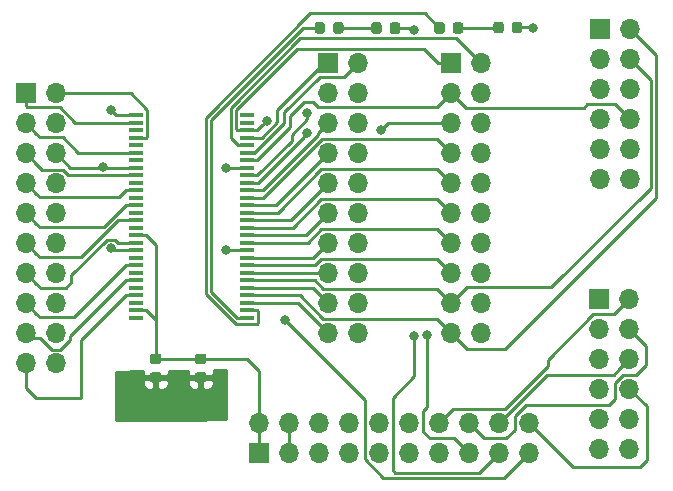
<source format=gbr>
G04 #@! TF.GenerationSoftware,KiCad,Pcbnew,(5.1.0-165-g615c49315)*
G04 #@! TF.CreationDate,2019-04-12T15:14:10+02:00*
G04 #@! TF.ProjectId,JTAGMux_1.0,4a544147-4d75-4785-9f31-2e302e6b6963,rev?*
G04 #@! TF.SameCoordinates,Original*
G04 #@! TF.FileFunction,Copper,L1,Top*
G04 #@! TF.FilePolarity,Positive*
%FSLAX46Y46*%
G04 Gerber Fmt 4.6, Leading zero omitted, Abs format (unit mm)*
G04 Created by KiCad (PCBNEW (5.1.0-165-g615c49315)) date 2019-04-12 15:14:10*
%MOMM*%
%LPD*%
G04 APERTURE LIST*
%ADD10C,0.100000*%
%ADD11C,0.875000*%
%ADD12O,1.700000X1.700000*%
%ADD13R,1.700000X1.700000*%
%ADD14R,1.200000X0.400000*%
%ADD15C,0.800000*%
%ADD16C,0.250000*%
%ADD17C,0.254000*%
G04 APERTURE END LIST*
D10*
G36*
X78202691Y-110466053D02*
G01*
X78223926Y-110469203D01*
X78244750Y-110474419D01*
X78264962Y-110481651D01*
X78284368Y-110490830D01*
X78302781Y-110501866D01*
X78320024Y-110514654D01*
X78335930Y-110529070D01*
X78350346Y-110544976D01*
X78363134Y-110562219D01*
X78374170Y-110580632D01*
X78383349Y-110600038D01*
X78390581Y-110620250D01*
X78395797Y-110641074D01*
X78398947Y-110662309D01*
X78400000Y-110683750D01*
X78400000Y-111196250D01*
X78398947Y-111217691D01*
X78395797Y-111238926D01*
X78390581Y-111259750D01*
X78383349Y-111279962D01*
X78374170Y-111299368D01*
X78363134Y-111317781D01*
X78350346Y-111335024D01*
X78335930Y-111350930D01*
X78320024Y-111365346D01*
X78302781Y-111378134D01*
X78284368Y-111389170D01*
X78264962Y-111398349D01*
X78244750Y-111405581D01*
X78223926Y-111410797D01*
X78202691Y-111413947D01*
X78181250Y-111415000D01*
X77743750Y-111415000D01*
X77722309Y-111413947D01*
X77701074Y-111410797D01*
X77680250Y-111405581D01*
X77660038Y-111398349D01*
X77640632Y-111389170D01*
X77622219Y-111378134D01*
X77604976Y-111365346D01*
X77589070Y-111350930D01*
X77574654Y-111335024D01*
X77561866Y-111317781D01*
X77550830Y-111299368D01*
X77541651Y-111279962D01*
X77534419Y-111259750D01*
X77529203Y-111238926D01*
X77526053Y-111217691D01*
X77525000Y-111196250D01*
X77525000Y-110683750D01*
X77526053Y-110662309D01*
X77529203Y-110641074D01*
X77534419Y-110620250D01*
X77541651Y-110600038D01*
X77550830Y-110580632D01*
X77561866Y-110562219D01*
X77574654Y-110544976D01*
X77589070Y-110529070D01*
X77604976Y-110514654D01*
X77622219Y-110501866D01*
X77640632Y-110490830D01*
X77660038Y-110481651D01*
X77680250Y-110474419D01*
X77701074Y-110469203D01*
X77722309Y-110466053D01*
X77743750Y-110465000D01*
X78181250Y-110465000D01*
X78202691Y-110466053D01*
X78202691Y-110466053D01*
G37*
D11*
X77962500Y-110940000D03*
D10*
G36*
X79777691Y-110466053D02*
G01*
X79798926Y-110469203D01*
X79819750Y-110474419D01*
X79839962Y-110481651D01*
X79859368Y-110490830D01*
X79877781Y-110501866D01*
X79895024Y-110514654D01*
X79910930Y-110529070D01*
X79925346Y-110544976D01*
X79938134Y-110562219D01*
X79949170Y-110580632D01*
X79958349Y-110600038D01*
X79965581Y-110620250D01*
X79970797Y-110641074D01*
X79973947Y-110662309D01*
X79975000Y-110683750D01*
X79975000Y-111196250D01*
X79973947Y-111217691D01*
X79970797Y-111238926D01*
X79965581Y-111259750D01*
X79958349Y-111279962D01*
X79949170Y-111299368D01*
X79938134Y-111317781D01*
X79925346Y-111335024D01*
X79910930Y-111350930D01*
X79895024Y-111365346D01*
X79877781Y-111378134D01*
X79859368Y-111389170D01*
X79839962Y-111398349D01*
X79819750Y-111405581D01*
X79798926Y-111410797D01*
X79777691Y-111413947D01*
X79756250Y-111415000D01*
X79318750Y-111415000D01*
X79297309Y-111413947D01*
X79276074Y-111410797D01*
X79255250Y-111405581D01*
X79235038Y-111398349D01*
X79215632Y-111389170D01*
X79197219Y-111378134D01*
X79179976Y-111365346D01*
X79164070Y-111350930D01*
X79149654Y-111335024D01*
X79136866Y-111317781D01*
X79125830Y-111299368D01*
X79116651Y-111279962D01*
X79109419Y-111259750D01*
X79104203Y-111238926D01*
X79101053Y-111217691D01*
X79100000Y-111196250D01*
X79100000Y-110683750D01*
X79101053Y-110662309D01*
X79104203Y-110641074D01*
X79109419Y-110620250D01*
X79116651Y-110600038D01*
X79125830Y-110580632D01*
X79136866Y-110562219D01*
X79149654Y-110544976D01*
X79164070Y-110529070D01*
X79179976Y-110514654D01*
X79197219Y-110501866D01*
X79215632Y-110490830D01*
X79235038Y-110481651D01*
X79255250Y-110474419D01*
X79276074Y-110469203D01*
X79297309Y-110466053D01*
X79318750Y-110465000D01*
X79756250Y-110465000D01*
X79777691Y-110466053D01*
X79777691Y-110466053D01*
G37*
D11*
X79537500Y-110940000D03*
D12*
X104170000Y-146590000D03*
X101630000Y-146590000D03*
X104170000Y-144050000D03*
X101630000Y-144050000D03*
X104170000Y-141510000D03*
X101630000Y-141510000D03*
X104170000Y-138970000D03*
X101630000Y-138970000D03*
X104170000Y-136430000D03*
X101630000Y-136430000D03*
X104170000Y-133890000D03*
D13*
X101630000Y-133890000D03*
D12*
X104200000Y-123740000D03*
X101660000Y-123740000D03*
X104200000Y-121200000D03*
X101660000Y-121200000D03*
X104200000Y-118660000D03*
X101660000Y-118660000D03*
X104200000Y-116120000D03*
X101660000Y-116120000D03*
X104200000Y-113580000D03*
X101660000Y-113580000D03*
X104200000Y-111040000D03*
D13*
X101660000Y-111040000D03*
D14*
X71800000Y-118327500D03*
X71800000Y-118962500D03*
X71800000Y-119597500D03*
X71800000Y-120232500D03*
X71800000Y-120867500D03*
X71800000Y-121502500D03*
X71800000Y-122137500D03*
X71800000Y-122772500D03*
X71800000Y-123407500D03*
X71800000Y-124042500D03*
X71800000Y-124677500D03*
X71800000Y-125312500D03*
X71800000Y-125947500D03*
X71800000Y-126582500D03*
X71800000Y-127217500D03*
X71800000Y-127852500D03*
X71800000Y-128487500D03*
X71800000Y-129122500D03*
X71800000Y-129757500D03*
X71800000Y-130392500D03*
X71800000Y-131027500D03*
X71800000Y-131662500D03*
X71800000Y-132297500D03*
X71800000Y-132932500D03*
X71800000Y-133567500D03*
X71800000Y-134202500D03*
X71800000Y-134837500D03*
X71800000Y-135472500D03*
X62400000Y-135472500D03*
X62400000Y-134837500D03*
X62400000Y-134202500D03*
X62400000Y-133567500D03*
X62400000Y-132932500D03*
X62400000Y-132297500D03*
X62400000Y-131662500D03*
X62400000Y-131027500D03*
X62400000Y-130392500D03*
X62400000Y-129757500D03*
X62400000Y-129122500D03*
X62400000Y-128487500D03*
X62400000Y-127852500D03*
X62400000Y-127217500D03*
X62400000Y-126582500D03*
X62400000Y-125947500D03*
X62400000Y-125312500D03*
X62400000Y-124677500D03*
X62400000Y-124042500D03*
X62400000Y-123407500D03*
X62400000Y-122772500D03*
X62400000Y-122137500D03*
X62400000Y-121502500D03*
X62400000Y-120867500D03*
X62400000Y-120232500D03*
X62400000Y-119597500D03*
X62400000Y-118962500D03*
X62400000Y-118327500D03*
D10*
G36*
X84577691Y-110476053D02*
G01*
X84598926Y-110479203D01*
X84619750Y-110484419D01*
X84639962Y-110491651D01*
X84659368Y-110500830D01*
X84677781Y-110511866D01*
X84695024Y-110524654D01*
X84710930Y-110539070D01*
X84725346Y-110554976D01*
X84738134Y-110572219D01*
X84749170Y-110590632D01*
X84758349Y-110610038D01*
X84765581Y-110630250D01*
X84770797Y-110651074D01*
X84773947Y-110672309D01*
X84775000Y-110693750D01*
X84775000Y-111206250D01*
X84773947Y-111227691D01*
X84770797Y-111248926D01*
X84765581Y-111269750D01*
X84758349Y-111289962D01*
X84749170Y-111309368D01*
X84738134Y-111327781D01*
X84725346Y-111345024D01*
X84710930Y-111360930D01*
X84695024Y-111375346D01*
X84677781Y-111388134D01*
X84659368Y-111399170D01*
X84639962Y-111408349D01*
X84619750Y-111415581D01*
X84598926Y-111420797D01*
X84577691Y-111423947D01*
X84556250Y-111425000D01*
X84118750Y-111425000D01*
X84097309Y-111423947D01*
X84076074Y-111420797D01*
X84055250Y-111415581D01*
X84035038Y-111408349D01*
X84015632Y-111399170D01*
X83997219Y-111388134D01*
X83979976Y-111375346D01*
X83964070Y-111360930D01*
X83949654Y-111345024D01*
X83936866Y-111327781D01*
X83925830Y-111309368D01*
X83916651Y-111289962D01*
X83909419Y-111269750D01*
X83904203Y-111248926D01*
X83901053Y-111227691D01*
X83900000Y-111206250D01*
X83900000Y-110693750D01*
X83901053Y-110672309D01*
X83904203Y-110651074D01*
X83909419Y-110630250D01*
X83916651Y-110610038D01*
X83925830Y-110590632D01*
X83936866Y-110572219D01*
X83949654Y-110554976D01*
X83964070Y-110539070D01*
X83979976Y-110524654D01*
X83997219Y-110511866D01*
X84015632Y-110500830D01*
X84035038Y-110491651D01*
X84055250Y-110484419D01*
X84076074Y-110479203D01*
X84097309Y-110476053D01*
X84118750Y-110475000D01*
X84556250Y-110475000D01*
X84577691Y-110476053D01*
X84577691Y-110476053D01*
G37*
D11*
X84337500Y-110950000D03*
D10*
G36*
X83002691Y-110476053D02*
G01*
X83023926Y-110479203D01*
X83044750Y-110484419D01*
X83064962Y-110491651D01*
X83084368Y-110500830D01*
X83102781Y-110511866D01*
X83120024Y-110524654D01*
X83135930Y-110539070D01*
X83150346Y-110554976D01*
X83163134Y-110572219D01*
X83174170Y-110590632D01*
X83183349Y-110610038D01*
X83190581Y-110630250D01*
X83195797Y-110651074D01*
X83198947Y-110672309D01*
X83200000Y-110693750D01*
X83200000Y-111206250D01*
X83198947Y-111227691D01*
X83195797Y-111248926D01*
X83190581Y-111269750D01*
X83183349Y-111289962D01*
X83174170Y-111309368D01*
X83163134Y-111327781D01*
X83150346Y-111345024D01*
X83135930Y-111360930D01*
X83120024Y-111375346D01*
X83102781Y-111388134D01*
X83084368Y-111399170D01*
X83064962Y-111408349D01*
X83044750Y-111415581D01*
X83023926Y-111420797D01*
X83002691Y-111423947D01*
X82981250Y-111425000D01*
X82543750Y-111425000D01*
X82522309Y-111423947D01*
X82501074Y-111420797D01*
X82480250Y-111415581D01*
X82460038Y-111408349D01*
X82440632Y-111399170D01*
X82422219Y-111388134D01*
X82404976Y-111375346D01*
X82389070Y-111360930D01*
X82374654Y-111345024D01*
X82361866Y-111327781D01*
X82350830Y-111309368D01*
X82341651Y-111289962D01*
X82334419Y-111269750D01*
X82329203Y-111248926D01*
X82326053Y-111227691D01*
X82325000Y-111206250D01*
X82325000Y-110693750D01*
X82326053Y-110672309D01*
X82329203Y-110651074D01*
X82334419Y-110630250D01*
X82341651Y-110610038D01*
X82350830Y-110590632D01*
X82361866Y-110572219D01*
X82374654Y-110554976D01*
X82389070Y-110539070D01*
X82404976Y-110524654D01*
X82422219Y-110511866D01*
X82440632Y-110500830D01*
X82460038Y-110491651D01*
X82480250Y-110484419D01*
X82501074Y-110479203D01*
X82522309Y-110476053D01*
X82543750Y-110475000D01*
X82981250Y-110475000D01*
X83002691Y-110476053D01*
X83002691Y-110476053D01*
G37*
D11*
X82762500Y-110950000D03*
D10*
G36*
X94915191Y-110426053D02*
G01*
X94936426Y-110429203D01*
X94957250Y-110434419D01*
X94977462Y-110441651D01*
X94996868Y-110450830D01*
X95015281Y-110461866D01*
X95032524Y-110474654D01*
X95048430Y-110489070D01*
X95062846Y-110504976D01*
X95075634Y-110522219D01*
X95086670Y-110540632D01*
X95095849Y-110560038D01*
X95103081Y-110580250D01*
X95108297Y-110601074D01*
X95111447Y-110622309D01*
X95112500Y-110643750D01*
X95112500Y-111156250D01*
X95111447Y-111177691D01*
X95108297Y-111198926D01*
X95103081Y-111219750D01*
X95095849Y-111239962D01*
X95086670Y-111259368D01*
X95075634Y-111277781D01*
X95062846Y-111295024D01*
X95048430Y-111310930D01*
X95032524Y-111325346D01*
X95015281Y-111338134D01*
X94996868Y-111349170D01*
X94977462Y-111358349D01*
X94957250Y-111365581D01*
X94936426Y-111370797D01*
X94915191Y-111373947D01*
X94893750Y-111375000D01*
X94456250Y-111375000D01*
X94434809Y-111373947D01*
X94413574Y-111370797D01*
X94392750Y-111365581D01*
X94372538Y-111358349D01*
X94353132Y-111349170D01*
X94334719Y-111338134D01*
X94317476Y-111325346D01*
X94301570Y-111310930D01*
X94287154Y-111295024D01*
X94274366Y-111277781D01*
X94263330Y-111259368D01*
X94254151Y-111239962D01*
X94246919Y-111219750D01*
X94241703Y-111198926D01*
X94238553Y-111177691D01*
X94237500Y-111156250D01*
X94237500Y-110643750D01*
X94238553Y-110622309D01*
X94241703Y-110601074D01*
X94246919Y-110580250D01*
X94254151Y-110560038D01*
X94263330Y-110540632D01*
X94274366Y-110522219D01*
X94287154Y-110504976D01*
X94301570Y-110489070D01*
X94317476Y-110474654D01*
X94334719Y-110461866D01*
X94353132Y-110450830D01*
X94372538Y-110441651D01*
X94392750Y-110434419D01*
X94413574Y-110429203D01*
X94434809Y-110426053D01*
X94456250Y-110425000D01*
X94893750Y-110425000D01*
X94915191Y-110426053D01*
X94915191Y-110426053D01*
G37*
D11*
X94675000Y-110900000D03*
D10*
G36*
X93340191Y-110426053D02*
G01*
X93361426Y-110429203D01*
X93382250Y-110434419D01*
X93402462Y-110441651D01*
X93421868Y-110450830D01*
X93440281Y-110461866D01*
X93457524Y-110474654D01*
X93473430Y-110489070D01*
X93487846Y-110504976D01*
X93500634Y-110522219D01*
X93511670Y-110540632D01*
X93520849Y-110560038D01*
X93528081Y-110580250D01*
X93533297Y-110601074D01*
X93536447Y-110622309D01*
X93537500Y-110643750D01*
X93537500Y-111156250D01*
X93536447Y-111177691D01*
X93533297Y-111198926D01*
X93528081Y-111219750D01*
X93520849Y-111239962D01*
X93511670Y-111259368D01*
X93500634Y-111277781D01*
X93487846Y-111295024D01*
X93473430Y-111310930D01*
X93457524Y-111325346D01*
X93440281Y-111338134D01*
X93421868Y-111349170D01*
X93402462Y-111358349D01*
X93382250Y-111365581D01*
X93361426Y-111370797D01*
X93340191Y-111373947D01*
X93318750Y-111375000D01*
X92881250Y-111375000D01*
X92859809Y-111373947D01*
X92838574Y-111370797D01*
X92817750Y-111365581D01*
X92797538Y-111358349D01*
X92778132Y-111349170D01*
X92759719Y-111338134D01*
X92742476Y-111325346D01*
X92726570Y-111310930D01*
X92712154Y-111295024D01*
X92699366Y-111277781D01*
X92688330Y-111259368D01*
X92679151Y-111239962D01*
X92671919Y-111219750D01*
X92666703Y-111198926D01*
X92663553Y-111177691D01*
X92662500Y-111156250D01*
X92662500Y-110643750D01*
X92663553Y-110622309D01*
X92666703Y-110601074D01*
X92671919Y-110580250D01*
X92679151Y-110560038D01*
X92688330Y-110540632D01*
X92699366Y-110522219D01*
X92712154Y-110504976D01*
X92726570Y-110489070D01*
X92742476Y-110474654D01*
X92759719Y-110461866D01*
X92778132Y-110450830D01*
X92797538Y-110441651D01*
X92817750Y-110434419D01*
X92838574Y-110429203D01*
X92859809Y-110426053D01*
X92881250Y-110425000D01*
X93318750Y-110425000D01*
X93340191Y-110426053D01*
X93340191Y-110426053D01*
G37*
D11*
X93100000Y-110900000D03*
D12*
X55640000Y-139350000D03*
X53100000Y-139350000D03*
X55640000Y-136810000D03*
X53100000Y-136810000D03*
X55640000Y-134270000D03*
X53100000Y-134270000D03*
X55640000Y-131730000D03*
X53100000Y-131730000D03*
X55640000Y-129190000D03*
X53100000Y-129190000D03*
X55640000Y-126650000D03*
X53100000Y-126650000D03*
X55640000Y-124110000D03*
X53100000Y-124110000D03*
X55640000Y-121570000D03*
X53100000Y-121570000D03*
X55640000Y-119030000D03*
X53100000Y-119030000D03*
X55640000Y-116490000D03*
D13*
X53100000Y-116490000D03*
D12*
X81190000Y-136760000D03*
X78650000Y-136760000D03*
X81190000Y-134220000D03*
X78650000Y-134220000D03*
X81190000Y-131680000D03*
X78650000Y-131680000D03*
X81190000Y-129140000D03*
X78650000Y-129140000D03*
X81190000Y-126600000D03*
X78650000Y-126600000D03*
X81190000Y-124060000D03*
X78650000Y-124060000D03*
X81190000Y-121520000D03*
X78650000Y-121520000D03*
X81190000Y-118980000D03*
X78650000Y-118980000D03*
X81190000Y-116440000D03*
X78650000Y-116440000D03*
X81190000Y-113900000D03*
D13*
X78650000Y-113900000D03*
D12*
X91640000Y-136760000D03*
X89100000Y-136760000D03*
X91640000Y-134220000D03*
X89100000Y-134220000D03*
X91640000Y-131680000D03*
X89100000Y-131680000D03*
X91640000Y-129140000D03*
X89100000Y-129140000D03*
X91640000Y-126600000D03*
X89100000Y-126600000D03*
X91640000Y-124060000D03*
X89100000Y-124060000D03*
X91640000Y-121520000D03*
X89100000Y-121520000D03*
X91640000Y-118980000D03*
X89100000Y-118980000D03*
X91640000Y-116440000D03*
X89100000Y-116440000D03*
X91640000Y-113900000D03*
D13*
X89100000Y-113900000D03*
D12*
X95660000Y-144360000D03*
X95660000Y-146900000D03*
X93120000Y-144360000D03*
X93120000Y-146900000D03*
X90580000Y-144360000D03*
X90580000Y-146900000D03*
X88040000Y-144360000D03*
X88040000Y-146900000D03*
X85500000Y-144360000D03*
X85500000Y-146900000D03*
X82960000Y-144360000D03*
X82960000Y-146900000D03*
X80420000Y-144360000D03*
X80420000Y-146900000D03*
X77880000Y-144360000D03*
X77880000Y-146900000D03*
X75340000Y-144360000D03*
X75340000Y-146900000D03*
X72800000Y-144360000D03*
D13*
X72800000Y-146900000D03*
D10*
G36*
X88340191Y-110466053D02*
G01*
X88361426Y-110469203D01*
X88382250Y-110474419D01*
X88402462Y-110481651D01*
X88421868Y-110490830D01*
X88440281Y-110501866D01*
X88457524Y-110514654D01*
X88473430Y-110529070D01*
X88487846Y-110544976D01*
X88500634Y-110562219D01*
X88511670Y-110580632D01*
X88520849Y-110600038D01*
X88528081Y-110620250D01*
X88533297Y-110641074D01*
X88536447Y-110662309D01*
X88537500Y-110683750D01*
X88537500Y-111196250D01*
X88536447Y-111217691D01*
X88533297Y-111238926D01*
X88528081Y-111259750D01*
X88520849Y-111279962D01*
X88511670Y-111299368D01*
X88500634Y-111317781D01*
X88487846Y-111335024D01*
X88473430Y-111350930D01*
X88457524Y-111365346D01*
X88440281Y-111378134D01*
X88421868Y-111389170D01*
X88402462Y-111398349D01*
X88382250Y-111405581D01*
X88361426Y-111410797D01*
X88340191Y-111413947D01*
X88318750Y-111415000D01*
X87881250Y-111415000D01*
X87859809Y-111413947D01*
X87838574Y-111410797D01*
X87817750Y-111405581D01*
X87797538Y-111398349D01*
X87778132Y-111389170D01*
X87759719Y-111378134D01*
X87742476Y-111365346D01*
X87726570Y-111350930D01*
X87712154Y-111335024D01*
X87699366Y-111317781D01*
X87688330Y-111299368D01*
X87679151Y-111279962D01*
X87671919Y-111259750D01*
X87666703Y-111238926D01*
X87663553Y-111217691D01*
X87662500Y-111196250D01*
X87662500Y-110683750D01*
X87663553Y-110662309D01*
X87666703Y-110641074D01*
X87671919Y-110620250D01*
X87679151Y-110600038D01*
X87688330Y-110580632D01*
X87699366Y-110562219D01*
X87712154Y-110544976D01*
X87726570Y-110529070D01*
X87742476Y-110514654D01*
X87759719Y-110501866D01*
X87778132Y-110490830D01*
X87797538Y-110481651D01*
X87817750Y-110474419D01*
X87838574Y-110469203D01*
X87859809Y-110466053D01*
X87881250Y-110465000D01*
X88318750Y-110465000D01*
X88340191Y-110466053D01*
X88340191Y-110466053D01*
G37*
D11*
X88100000Y-110940000D03*
D10*
G36*
X89915191Y-110466053D02*
G01*
X89936426Y-110469203D01*
X89957250Y-110474419D01*
X89977462Y-110481651D01*
X89996868Y-110490830D01*
X90015281Y-110501866D01*
X90032524Y-110514654D01*
X90048430Y-110529070D01*
X90062846Y-110544976D01*
X90075634Y-110562219D01*
X90086670Y-110580632D01*
X90095849Y-110600038D01*
X90103081Y-110620250D01*
X90108297Y-110641074D01*
X90111447Y-110662309D01*
X90112500Y-110683750D01*
X90112500Y-111196250D01*
X90111447Y-111217691D01*
X90108297Y-111238926D01*
X90103081Y-111259750D01*
X90095849Y-111279962D01*
X90086670Y-111299368D01*
X90075634Y-111317781D01*
X90062846Y-111335024D01*
X90048430Y-111350930D01*
X90032524Y-111365346D01*
X90015281Y-111378134D01*
X89996868Y-111389170D01*
X89977462Y-111398349D01*
X89957250Y-111405581D01*
X89936426Y-111410797D01*
X89915191Y-111413947D01*
X89893750Y-111415000D01*
X89456250Y-111415000D01*
X89434809Y-111413947D01*
X89413574Y-111410797D01*
X89392750Y-111405581D01*
X89372538Y-111398349D01*
X89353132Y-111389170D01*
X89334719Y-111378134D01*
X89317476Y-111365346D01*
X89301570Y-111350930D01*
X89287154Y-111335024D01*
X89274366Y-111317781D01*
X89263330Y-111299368D01*
X89254151Y-111279962D01*
X89246919Y-111259750D01*
X89241703Y-111238926D01*
X89238553Y-111217691D01*
X89237500Y-111196250D01*
X89237500Y-110683750D01*
X89238553Y-110662309D01*
X89241703Y-110641074D01*
X89246919Y-110620250D01*
X89254151Y-110600038D01*
X89263330Y-110580632D01*
X89274366Y-110562219D01*
X89287154Y-110544976D01*
X89301570Y-110529070D01*
X89317476Y-110514654D01*
X89334719Y-110501866D01*
X89353132Y-110490830D01*
X89372538Y-110481651D01*
X89392750Y-110474419D01*
X89413574Y-110469203D01*
X89434809Y-110466053D01*
X89456250Y-110465000D01*
X89893750Y-110465000D01*
X89915191Y-110466053D01*
X89915191Y-110466053D01*
G37*
D11*
X89675000Y-110940000D03*
D10*
G36*
X64347691Y-140091053D02*
G01*
X64368926Y-140094203D01*
X64389750Y-140099419D01*
X64409962Y-140106651D01*
X64429368Y-140115830D01*
X64447781Y-140126866D01*
X64465024Y-140139654D01*
X64480930Y-140154070D01*
X64495346Y-140169976D01*
X64508134Y-140187219D01*
X64519170Y-140205632D01*
X64528349Y-140225038D01*
X64535581Y-140245250D01*
X64540797Y-140266074D01*
X64543947Y-140287309D01*
X64545000Y-140308750D01*
X64545000Y-140746250D01*
X64543947Y-140767691D01*
X64540797Y-140788926D01*
X64535581Y-140809750D01*
X64528349Y-140829962D01*
X64519170Y-140849368D01*
X64508134Y-140867781D01*
X64495346Y-140885024D01*
X64480930Y-140900930D01*
X64465024Y-140915346D01*
X64447781Y-140928134D01*
X64429368Y-140939170D01*
X64409962Y-140948349D01*
X64389750Y-140955581D01*
X64368926Y-140960797D01*
X64347691Y-140963947D01*
X64326250Y-140965000D01*
X63813750Y-140965000D01*
X63792309Y-140963947D01*
X63771074Y-140960797D01*
X63750250Y-140955581D01*
X63730038Y-140948349D01*
X63710632Y-140939170D01*
X63692219Y-140928134D01*
X63674976Y-140915346D01*
X63659070Y-140900930D01*
X63644654Y-140885024D01*
X63631866Y-140867781D01*
X63620830Y-140849368D01*
X63611651Y-140829962D01*
X63604419Y-140809750D01*
X63599203Y-140788926D01*
X63596053Y-140767691D01*
X63595000Y-140746250D01*
X63595000Y-140308750D01*
X63596053Y-140287309D01*
X63599203Y-140266074D01*
X63604419Y-140245250D01*
X63611651Y-140225038D01*
X63620830Y-140205632D01*
X63631866Y-140187219D01*
X63644654Y-140169976D01*
X63659070Y-140154070D01*
X63674976Y-140139654D01*
X63692219Y-140126866D01*
X63710632Y-140115830D01*
X63730038Y-140106651D01*
X63750250Y-140099419D01*
X63771074Y-140094203D01*
X63792309Y-140091053D01*
X63813750Y-140090000D01*
X64326250Y-140090000D01*
X64347691Y-140091053D01*
X64347691Y-140091053D01*
G37*
D11*
X64070000Y-140527500D03*
D10*
G36*
X64347691Y-138516053D02*
G01*
X64368926Y-138519203D01*
X64389750Y-138524419D01*
X64409962Y-138531651D01*
X64429368Y-138540830D01*
X64447781Y-138551866D01*
X64465024Y-138564654D01*
X64480930Y-138579070D01*
X64495346Y-138594976D01*
X64508134Y-138612219D01*
X64519170Y-138630632D01*
X64528349Y-138650038D01*
X64535581Y-138670250D01*
X64540797Y-138691074D01*
X64543947Y-138712309D01*
X64545000Y-138733750D01*
X64545000Y-139171250D01*
X64543947Y-139192691D01*
X64540797Y-139213926D01*
X64535581Y-139234750D01*
X64528349Y-139254962D01*
X64519170Y-139274368D01*
X64508134Y-139292781D01*
X64495346Y-139310024D01*
X64480930Y-139325930D01*
X64465024Y-139340346D01*
X64447781Y-139353134D01*
X64429368Y-139364170D01*
X64409962Y-139373349D01*
X64389750Y-139380581D01*
X64368926Y-139385797D01*
X64347691Y-139388947D01*
X64326250Y-139390000D01*
X63813750Y-139390000D01*
X63792309Y-139388947D01*
X63771074Y-139385797D01*
X63750250Y-139380581D01*
X63730038Y-139373349D01*
X63710632Y-139364170D01*
X63692219Y-139353134D01*
X63674976Y-139340346D01*
X63659070Y-139325930D01*
X63644654Y-139310024D01*
X63631866Y-139292781D01*
X63620830Y-139274368D01*
X63611651Y-139254962D01*
X63604419Y-139234750D01*
X63599203Y-139213926D01*
X63596053Y-139192691D01*
X63595000Y-139171250D01*
X63595000Y-138733750D01*
X63596053Y-138712309D01*
X63599203Y-138691074D01*
X63604419Y-138670250D01*
X63611651Y-138650038D01*
X63620830Y-138630632D01*
X63631866Y-138612219D01*
X63644654Y-138594976D01*
X63659070Y-138579070D01*
X63674976Y-138564654D01*
X63692219Y-138551866D01*
X63710632Y-138540830D01*
X63730038Y-138531651D01*
X63750250Y-138524419D01*
X63771074Y-138519203D01*
X63792309Y-138516053D01*
X63813750Y-138515000D01*
X64326250Y-138515000D01*
X64347691Y-138516053D01*
X64347691Y-138516053D01*
G37*
D11*
X64070000Y-138952500D03*
D10*
G36*
X68157691Y-140091053D02*
G01*
X68178926Y-140094203D01*
X68199750Y-140099419D01*
X68219962Y-140106651D01*
X68239368Y-140115830D01*
X68257781Y-140126866D01*
X68275024Y-140139654D01*
X68290930Y-140154070D01*
X68305346Y-140169976D01*
X68318134Y-140187219D01*
X68329170Y-140205632D01*
X68338349Y-140225038D01*
X68345581Y-140245250D01*
X68350797Y-140266074D01*
X68353947Y-140287309D01*
X68355000Y-140308750D01*
X68355000Y-140746250D01*
X68353947Y-140767691D01*
X68350797Y-140788926D01*
X68345581Y-140809750D01*
X68338349Y-140829962D01*
X68329170Y-140849368D01*
X68318134Y-140867781D01*
X68305346Y-140885024D01*
X68290930Y-140900930D01*
X68275024Y-140915346D01*
X68257781Y-140928134D01*
X68239368Y-140939170D01*
X68219962Y-140948349D01*
X68199750Y-140955581D01*
X68178926Y-140960797D01*
X68157691Y-140963947D01*
X68136250Y-140965000D01*
X67623750Y-140965000D01*
X67602309Y-140963947D01*
X67581074Y-140960797D01*
X67560250Y-140955581D01*
X67540038Y-140948349D01*
X67520632Y-140939170D01*
X67502219Y-140928134D01*
X67484976Y-140915346D01*
X67469070Y-140900930D01*
X67454654Y-140885024D01*
X67441866Y-140867781D01*
X67430830Y-140849368D01*
X67421651Y-140829962D01*
X67414419Y-140809750D01*
X67409203Y-140788926D01*
X67406053Y-140767691D01*
X67405000Y-140746250D01*
X67405000Y-140308750D01*
X67406053Y-140287309D01*
X67409203Y-140266074D01*
X67414419Y-140245250D01*
X67421651Y-140225038D01*
X67430830Y-140205632D01*
X67441866Y-140187219D01*
X67454654Y-140169976D01*
X67469070Y-140154070D01*
X67484976Y-140139654D01*
X67502219Y-140126866D01*
X67520632Y-140115830D01*
X67540038Y-140106651D01*
X67560250Y-140099419D01*
X67581074Y-140094203D01*
X67602309Y-140091053D01*
X67623750Y-140090000D01*
X68136250Y-140090000D01*
X68157691Y-140091053D01*
X68157691Y-140091053D01*
G37*
D11*
X67880000Y-140527500D03*
D10*
G36*
X68157691Y-138516053D02*
G01*
X68178926Y-138519203D01*
X68199750Y-138524419D01*
X68219962Y-138531651D01*
X68239368Y-138540830D01*
X68257781Y-138551866D01*
X68275024Y-138564654D01*
X68290930Y-138579070D01*
X68305346Y-138594976D01*
X68318134Y-138612219D01*
X68329170Y-138630632D01*
X68338349Y-138650038D01*
X68345581Y-138670250D01*
X68350797Y-138691074D01*
X68353947Y-138712309D01*
X68355000Y-138733750D01*
X68355000Y-139171250D01*
X68353947Y-139192691D01*
X68350797Y-139213926D01*
X68345581Y-139234750D01*
X68338349Y-139254962D01*
X68329170Y-139274368D01*
X68318134Y-139292781D01*
X68305346Y-139310024D01*
X68290930Y-139325930D01*
X68275024Y-139340346D01*
X68257781Y-139353134D01*
X68239368Y-139364170D01*
X68219962Y-139373349D01*
X68199750Y-139380581D01*
X68178926Y-139385797D01*
X68157691Y-139388947D01*
X68136250Y-139390000D01*
X67623750Y-139390000D01*
X67602309Y-139388947D01*
X67581074Y-139385797D01*
X67560250Y-139380581D01*
X67540038Y-139373349D01*
X67520632Y-139364170D01*
X67502219Y-139353134D01*
X67484976Y-139340346D01*
X67469070Y-139325930D01*
X67454654Y-139310024D01*
X67441866Y-139292781D01*
X67430830Y-139274368D01*
X67421651Y-139254962D01*
X67414419Y-139234750D01*
X67409203Y-139213926D01*
X67406053Y-139192691D01*
X67405000Y-139171250D01*
X67405000Y-138733750D01*
X67406053Y-138712309D01*
X67409203Y-138691074D01*
X67414419Y-138670250D01*
X67421651Y-138650038D01*
X67430830Y-138630632D01*
X67441866Y-138612219D01*
X67454654Y-138594976D01*
X67469070Y-138579070D01*
X67484976Y-138564654D01*
X67502219Y-138551866D01*
X67520632Y-138540830D01*
X67540038Y-138531651D01*
X67560250Y-138524419D01*
X67581074Y-138519203D01*
X67602309Y-138516053D01*
X67623750Y-138515000D01*
X68136250Y-138515000D01*
X68157691Y-138516053D01*
X68157691Y-138516053D01*
G37*
D11*
X67880000Y-138952500D03*
D15*
X60260000Y-129580000D03*
X69988500Y-122772500D03*
X59574500Y-122682500D03*
X61720500Y-140375000D03*
X61657000Y-142978500D03*
X64260500Y-142978500D03*
X66864000Y-142978500D03*
X65975000Y-140375000D03*
X69467500Y-142978500D03*
X69531000Y-140375000D03*
X85977500Y-111075000D03*
X96010500Y-110911000D03*
X69988200Y-129757800D03*
X75024998Y-135676000D03*
X73459931Y-118800794D03*
X85977500Y-137009500D03*
X87057000Y-136946000D03*
X76923535Y-119845732D03*
X83132700Y-119584000D03*
X76897000Y-118111900D03*
X60323500Y-117896000D03*
D16*
X56842500Y-122772500D02*
X55640000Y-121570000D01*
X62400000Y-129757500D02*
X60437500Y-129757500D01*
X60437500Y-129757500D02*
X60260000Y-129580000D01*
X71800000Y-122772500D02*
X69988500Y-122772500D01*
X59574500Y-122772500D02*
X59574500Y-122682500D01*
X59574500Y-122772500D02*
X56842500Y-122772500D01*
X62400000Y-122772500D02*
X59574500Y-122772500D01*
X84337500Y-110950000D02*
X85852500Y-110950000D01*
X85852500Y-110950000D02*
X85977500Y-111075000D01*
X94675000Y-110900000D02*
X95999500Y-110900000D01*
X95999500Y-110900000D02*
X96010500Y-110911000D01*
X70950000Y-129757500D02*
X70949700Y-129757800D01*
X71800000Y-129757500D02*
X70950000Y-129757500D01*
X70949700Y-129757800D02*
X69988200Y-129757800D01*
X64070000Y-138415000D02*
X64070000Y-138952500D01*
X63250000Y-134837500D02*
X64070000Y-135657500D01*
X62400000Y-134837500D02*
X63250000Y-134837500D01*
X64070000Y-138952500D02*
X67880000Y-138952500D01*
X72960000Y-144200000D02*
X72800000Y-144360000D01*
X72960000Y-144032500D02*
X72960000Y-144200000D01*
X72800000Y-146900000D02*
X72800000Y-144360000D01*
X67880000Y-138952500D02*
X71791500Y-138952500D01*
X72800000Y-139961000D02*
X72800000Y-144360000D01*
X71791500Y-138952500D02*
X72800000Y-139961000D01*
X63250000Y-128487500D02*
X64070000Y-129307500D01*
X62400000Y-128487500D02*
X63250000Y-128487500D01*
X64070000Y-135657500D02*
X64070000Y-136120500D01*
X64070000Y-129307500D02*
X64070000Y-136120500D01*
X64070000Y-136120500D02*
X64070000Y-138415000D01*
X96509999Y-145209999D02*
X95660000Y-144360000D01*
X105052900Y-148147400D02*
X99447400Y-148147400D01*
X105637100Y-147563200D02*
X105052900Y-148147400D01*
X104170000Y-141510000D02*
X105637100Y-142977100D01*
X99447400Y-148147400D02*
X96509999Y-145209999D01*
X105637100Y-142977100D02*
X105637100Y-147563200D01*
X88000000Y-113900000D02*
X89100000Y-113900000D01*
X86824999Y-112724999D02*
X88000000Y-113900000D01*
X76017499Y-112724999D02*
X86824999Y-112724999D01*
X70874999Y-117867499D02*
X76017499Y-112724999D01*
X70874999Y-119522499D02*
X70874999Y-117867499D01*
X70950000Y-119597500D02*
X70874999Y-119522499D01*
X71800000Y-119597500D02*
X70950000Y-119597500D01*
X81784999Y-147464001D02*
X81784999Y-143361001D01*
X83352508Y-149031510D02*
X81784999Y-147464001D01*
X95660000Y-146900000D02*
X93528490Y-149031510D01*
X93528490Y-149031510D02*
X83352508Y-149031510D01*
X81784999Y-143361001D02*
X81784999Y-142436001D01*
X81784999Y-142436001D02*
X75024998Y-135676000D01*
X72663225Y-119597500D02*
X73059932Y-119200793D01*
X73059932Y-119200793D02*
X73459931Y-118800794D01*
X71800000Y-119597500D02*
X72663225Y-119597500D01*
X102853900Y-140286100D02*
X103320001Y-139819999D01*
X103320001Y-139819999D02*
X104170000Y-138970000D01*
X93120000Y-144360000D02*
X97193900Y-140286100D01*
X97193900Y-140286100D02*
X102853900Y-140286100D01*
X88250001Y-125750001D02*
X89100000Y-126600000D01*
X87924999Y-125424999D02*
X88250001Y-125750001D01*
X78085999Y-125424999D02*
X87924999Y-125424999D01*
X75658498Y-127852500D02*
X78085999Y-125424999D01*
X71800000Y-127852500D02*
X75658498Y-127852500D01*
X93120000Y-146900000D02*
X91438500Y-148581500D01*
X91438500Y-148581500D02*
X84375000Y-148581500D01*
X84135001Y-148341501D02*
X84135001Y-142280999D01*
X84375000Y-148581500D02*
X84135001Y-148341501D01*
X84135001Y-142280999D02*
X85977500Y-140438500D01*
X85977500Y-140438500D02*
X85977500Y-137009500D01*
X105019999Y-137279999D02*
X104170000Y-136430000D01*
X105611700Y-137871700D02*
X105019999Y-137279999D01*
X105611700Y-139447900D02*
X105611700Y-137871700D01*
X102957400Y-140983598D02*
X103642198Y-140298800D01*
X102957400Y-142318100D02*
X102957400Y-140983598D01*
X102449400Y-142826100D02*
X102957400Y-142318100D01*
X91890900Y-145670900D02*
X93762600Y-145670900D01*
X103642198Y-140298800D02*
X104760800Y-140298800D01*
X90580000Y-144360000D02*
X91890900Y-145670900D01*
X94473800Y-144959700D02*
X94473800Y-143807198D01*
X93762600Y-145670900D02*
X94473800Y-144959700D01*
X94473800Y-143807198D02*
X95454898Y-142826100D01*
X104760800Y-140298800D02*
X105611700Y-139447900D01*
X95454898Y-142826100D02*
X102449400Y-142826100D01*
X78085999Y-130504999D02*
X87924999Y-130504999D01*
X88250001Y-130830001D02*
X89100000Y-131680000D01*
X87924999Y-130504999D02*
X88250001Y-130830001D01*
X77563498Y-131027500D02*
X78085999Y-130504999D01*
X71800000Y-131027500D02*
X77563498Y-131027500D01*
X86739500Y-143334100D02*
X87057000Y-143016600D01*
X87057000Y-143016600D02*
X87057000Y-136946000D01*
X87264599Y-145658200D02*
X86739500Y-145133101D01*
X86739500Y-145133101D02*
X86739500Y-143334100D01*
X90580000Y-146900000D02*
X89338200Y-145658200D01*
X89338200Y-145658200D02*
X87264599Y-145658200D01*
X89215001Y-143184999D02*
X93658591Y-143184999D01*
X102866600Y-135193400D02*
X103320001Y-134739999D01*
X97294090Y-139026908D02*
X101127598Y-135193400D01*
X88040000Y-144360000D02*
X89215001Y-143184999D01*
X93658591Y-143184999D02*
X97294090Y-139549500D01*
X97294090Y-139549500D02*
X97294090Y-139026908D01*
X103320001Y-134739999D02*
X104170000Y-133890000D01*
X101127598Y-135193400D02*
X102866600Y-135193400D01*
X75340000Y-144360000D02*
X75340000Y-146900000D01*
X87924999Y-135584999D02*
X88250001Y-135910001D01*
X78275997Y-135584999D02*
X87924999Y-135584999D01*
X76258498Y-133567500D02*
X78275997Y-135584999D01*
X88250001Y-135910001D02*
X89100000Y-136760000D01*
X71800000Y-133567500D02*
X76258498Y-133567500D01*
X105049999Y-111889999D02*
X104200000Y-111040000D01*
X106430010Y-113270010D02*
X105049999Y-111889999D01*
X106430010Y-125319990D02*
X106430010Y-113270010D01*
X93622900Y-138127100D02*
X106430010Y-125319990D01*
X90467100Y-138127100D02*
X93622900Y-138127100D01*
X89100000Y-136760000D02*
X90467100Y-138127100D01*
X88250001Y-133370001D02*
X89100000Y-134220000D01*
X87924999Y-133044999D02*
X88250001Y-133370001D01*
X78275997Y-133044999D02*
X87924999Y-133044999D01*
X77528498Y-132297500D02*
X78275997Y-133044999D01*
X71800000Y-132297500D02*
X77528498Y-132297500D01*
X89949999Y-133370001D02*
X89100000Y-134220000D01*
X90425300Y-132894700D02*
X89949999Y-133370001D01*
X97585300Y-132894700D02*
X90425300Y-132894700D01*
X105980000Y-124500000D02*
X97585300Y-132894700D01*
X104200000Y-113580000D02*
X105980000Y-115360000D01*
X105980000Y-115360000D02*
X105980000Y-124500000D01*
X87924999Y-127964999D02*
X88250001Y-128290001D01*
X78085999Y-127964999D02*
X87924999Y-127964999D01*
X88250001Y-128290001D02*
X89100000Y-129140000D01*
X76928498Y-129122500D02*
X78085999Y-127964999D01*
X71800000Y-129122500D02*
X76928498Y-129122500D01*
X88250001Y-123210001D02*
X89100000Y-124060000D01*
X87924999Y-122884999D02*
X88250001Y-123210001D01*
X78085999Y-122884999D02*
X87924999Y-122884999D01*
X74388498Y-126582500D02*
X78085999Y-122884999D01*
X71800000Y-126582500D02*
X74388498Y-126582500D01*
X73158413Y-125312500D02*
X78161913Y-120309000D01*
X71800000Y-125312500D02*
X73158413Y-125312500D01*
X88250001Y-120670001D02*
X89100000Y-121520000D01*
X87889000Y-120309000D02*
X88250001Y-120670001D01*
X78161913Y-120309000D02*
X87889000Y-120309000D01*
X76523536Y-120245731D02*
X76923535Y-119845732D01*
X72726767Y-124042500D02*
X76523536Y-120245731D01*
X71800000Y-124042500D02*
X72726767Y-124042500D01*
X89100000Y-118980000D02*
X83736700Y-118980000D01*
X83736700Y-118980000D02*
X83132700Y-119584000D01*
X102928000Y-117388000D02*
X103350001Y-117810001D01*
X100595200Y-117388000D02*
X102928000Y-117388000D01*
X89100000Y-116440000D02*
X90346899Y-117686899D01*
X103350001Y-117810001D02*
X104200000Y-118660000D01*
X100296301Y-117686899D02*
X100595200Y-117388000D01*
X90346899Y-117686899D02*
X100296301Y-117686899D01*
X87924999Y-117615001D02*
X88250001Y-117289999D01*
X77803305Y-117615001D02*
X87924999Y-117615001D01*
X72650000Y-122137500D02*
X75422698Y-119364802D01*
X71800000Y-122137500D02*
X72650000Y-122137500D01*
X75422698Y-119364802D02*
X75422698Y-118392402D01*
X75422698Y-118392402D02*
X76617600Y-117197500D01*
X88250001Y-117289999D02*
X89100000Y-116440000D01*
X76617600Y-117197500D02*
X77385804Y-117197500D01*
X77385804Y-117197500D02*
X77803305Y-117615001D01*
X89540000Y-111800000D02*
X90790001Y-113050001D01*
X76306088Y-111800000D02*
X89540000Y-111800000D01*
X70424990Y-117681098D02*
X76306088Y-111800000D01*
X70424990Y-120242492D02*
X70424990Y-117681098D01*
X71049998Y-120867500D02*
X70424990Y-120242492D01*
X90790001Y-113050001D02*
X91640000Y-113900000D01*
X71800000Y-120867500D02*
X71049998Y-120867500D01*
X76092500Y-134202500D02*
X78650000Y-136760000D01*
X71800000Y-134202500D02*
X76092500Y-134202500D01*
X77362500Y-132932500D02*
X78650000Y-134220000D01*
X71800000Y-132932500D02*
X77362500Y-132932500D01*
X78632500Y-131662500D02*
X78650000Y-131680000D01*
X71800000Y-131662500D02*
X78632500Y-131662500D01*
X77397500Y-130392500D02*
X78650000Y-129140000D01*
X71800000Y-130392500D02*
X77397500Y-130392500D01*
X76762500Y-128487500D02*
X78650000Y-126600000D01*
X71800000Y-128487500D02*
X76762500Y-128487500D01*
X75492500Y-127217500D02*
X78650000Y-124060000D01*
X71800000Y-127217500D02*
X75492500Y-127217500D01*
X74222500Y-125947500D02*
X78650000Y-121520000D01*
X71800000Y-125947500D02*
X74222500Y-125947500D01*
X77800001Y-119994586D02*
X77800001Y-119829999D01*
X73117087Y-124677500D02*
X77800001Y-119994586D01*
X71800000Y-124677500D02*
X73117087Y-124677500D01*
X77800001Y-119829999D02*
X78650000Y-118980000D01*
X75574986Y-119999599D02*
X76897000Y-118677585D01*
X76897000Y-118677585D02*
X76897000Y-118111900D01*
X72650000Y-123407500D02*
X75574986Y-120482514D01*
X71800000Y-123407500D02*
X72650000Y-123407500D01*
X75574986Y-120482514D02*
X75574986Y-119999599D01*
X72431985Y-121502500D02*
X74972687Y-118961798D01*
X74972687Y-118961798D02*
X74972687Y-118055013D01*
X80340001Y-114749999D02*
X81190000Y-113900000D01*
X71800000Y-121502500D02*
X72431985Y-121502500D01*
X74972687Y-118055013D02*
X77952699Y-115075001D01*
X80014999Y-115075001D02*
X80340001Y-114749999D01*
X77952699Y-115075001D02*
X80014999Y-115075001D01*
X72650000Y-120232500D02*
X71800000Y-120232500D01*
X73065575Y-120232500D02*
X72650000Y-120232500D01*
X74382976Y-118915099D02*
X73065575Y-120232500D01*
X74382976Y-117857324D02*
X74382976Y-118915099D01*
X78650000Y-113900000D02*
X78340300Y-113900000D01*
X78340300Y-113900000D02*
X74382976Y-117857324D01*
X57720000Y-142280000D02*
X53949999Y-142280000D01*
X57720000Y-137397500D02*
X57720000Y-142280000D01*
X62400000Y-133567500D02*
X61550000Y-133567500D01*
X61550000Y-133567500D02*
X57720000Y-137397500D01*
X53100000Y-141430001D02*
X53949999Y-142280000D01*
X53100000Y-139350000D02*
X53100000Y-141430001D01*
X54290998Y-137200000D02*
X53490000Y-137200000D01*
X61550000Y-132297500D02*
X56815001Y-137032499D01*
X62400000Y-132297500D02*
X61550000Y-132297500D01*
X53490000Y-137200000D02*
X53100000Y-136810000D01*
X55265997Y-138174999D02*
X54290998Y-137200000D01*
X56815001Y-137032499D02*
X56815001Y-137374001D01*
X56815001Y-137374001D02*
X56014003Y-138174999D01*
X56014003Y-138174999D02*
X55265997Y-138174999D01*
X53949999Y-135119999D02*
X53100000Y-134270000D01*
X57132499Y-135445001D02*
X54275001Y-135445001D01*
X61550000Y-131027500D02*
X57132499Y-135445001D01*
X54275001Y-135445001D02*
X53949999Y-135119999D01*
X62400000Y-131027500D02*
X61550000Y-131027500D01*
X54328200Y-132958200D02*
X53949999Y-132579999D01*
X53949999Y-132579999D02*
X53100000Y-131730000D01*
X56462700Y-132958200D02*
X54328200Y-132958200D01*
X60875502Y-129122500D02*
X60608001Y-128854999D01*
X60608001Y-128854999D02*
X59915321Y-128854999D01*
X59915321Y-128854999D02*
X56945300Y-131825020D01*
X56945300Y-131825020D02*
X56945300Y-132475600D01*
X62400000Y-129122500D02*
X60875502Y-129122500D01*
X56945300Y-132475600D02*
X56462700Y-132958200D01*
X54275001Y-130365001D02*
X53949999Y-130039999D01*
X57768909Y-130365001D02*
X54275001Y-130365001D01*
X60916410Y-127217500D02*
X57768909Y-130365001D01*
X53949999Y-130039999D02*
X53100000Y-129190000D01*
X62400000Y-127217500D02*
X60916410Y-127217500D01*
X54275001Y-127825001D02*
X53949999Y-127499999D01*
X59672499Y-127825001D02*
X54275001Y-127825001D01*
X53949999Y-127499999D02*
X53100000Y-126650000D01*
X61550000Y-125947500D02*
X59672499Y-127825001D01*
X62400000Y-125947500D02*
X61550000Y-125947500D01*
X53949999Y-124959999D02*
X53100000Y-124110000D01*
X60942499Y-125285001D02*
X54275001Y-125285001D01*
X61550000Y-124677500D02*
X60942499Y-125285001D01*
X54275001Y-125285001D02*
X53949999Y-124959999D01*
X62400000Y-124677500D02*
X61550000Y-124677500D01*
X53949999Y-122419999D02*
X53100000Y-121570000D01*
X54464999Y-122934999D02*
X53949999Y-122419999D01*
X56204001Y-122934999D02*
X54464999Y-122934999D01*
X56676502Y-123407500D02*
X56204001Y-122934999D01*
X62400000Y-123407500D02*
X56676502Y-123407500D01*
X53949999Y-119879999D02*
X53100000Y-119030000D01*
X56204001Y-120205001D02*
X54275001Y-120205001D01*
X54275001Y-120205001D02*
X53949999Y-119879999D01*
X57501500Y-121502500D02*
X56204001Y-120205001D01*
X62400000Y-121502500D02*
X57501500Y-121502500D01*
X61947502Y-116490000D02*
X56842081Y-116490000D01*
X63325001Y-117867499D02*
X61947502Y-116490000D01*
X63325001Y-120157499D02*
X63325001Y-117867499D01*
X56842081Y-116490000D02*
X55640000Y-116490000D01*
X63250000Y-120232500D02*
X63325001Y-120157499D01*
X62400000Y-120232500D02*
X63250000Y-120232500D01*
X53100000Y-117590000D02*
X53100000Y-116490000D01*
X53175001Y-117665001D02*
X53100000Y-117590000D01*
X55965001Y-117665001D02*
X53175001Y-117665001D01*
X57262500Y-118962500D02*
X55965001Y-117665001D01*
X62400000Y-118962500D02*
X57262500Y-118962500D01*
X60755000Y-118327500D02*
X60323500Y-117896000D01*
X62400000Y-118327500D02*
X60755000Y-118327500D01*
X68292489Y-133451399D02*
X68292490Y-118540778D01*
X68292490Y-118540778D02*
X77143288Y-109689980D01*
X70838591Y-135997501D02*
X68292489Y-133451399D01*
X72660001Y-135997501D02*
X70838591Y-135997501D01*
X72725001Y-135932501D02*
X72660001Y-135997501D01*
X72725001Y-134912501D02*
X72725001Y-135932501D01*
X72650000Y-134837500D02*
X72725001Y-134912501D01*
X71800000Y-134837500D02*
X72650000Y-134837500D01*
X86849980Y-109689980D02*
X88100000Y-110940000D01*
X77143288Y-109689980D02*
X86849980Y-109689980D01*
X93060000Y-110940000D02*
X93100000Y-110900000D01*
X89675000Y-110940000D02*
X93060000Y-110940000D01*
X68742499Y-133264999D02*
X68742499Y-118727179D01*
X70950000Y-135472500D02*
X68742499Y-133264999D01*
X71800000Y-135472500D02*
X70950000Y-135472500D01*
X76529678Y-110940000D02*
X68742499Y-118727179D01*
X77962500Y-110940000D02*
X76529678Y-110940000D01*
X82752500Y-110940000D02*
X82762500Y-110950000D01*
X79537500Y-110940000D02*
X82752500Y-110940000D01*
D17*
G36*
X70039000Y-144060288D02*
G01*
X66672346Y-144121500D01*
X60704500Y-144121500D01*
X60704500Y-140965000D01*
X62956928Y-140965000D01*
X62969188Y-141089482D01*
X63005498Y-141209180D01*
X63064463Y-141319494D01*
X63143815Y-141416185D01*
X63240506Y-141495537D01*
X63350820Y-141554502D01*
X63470518Y-141590812D01*
X63595000Y-141603072D01*
X63784250Y-141600000D01*
X63943000Y-141441250D01*
X63943000Y-140654500D01*
X64197000Y-140654500D01*
X64197000Y-141441250D01*
X64355750Y-141600000D01*
X64545000Y-141603072D01*
X64669482Y-141590812D01*
X64789180Y-141554502D01*
X64899494Y-141495537D01*
X64996185Y-141416185D01*
X65075537Y-141319494D01*
X65134502Y-141209180D01*
X65170812Y-141089482D01*
X65183072Y-140965000D01*
X66766928Y-140965000D01*
X66779188Y-141089482D01*
X66815498Y-141209180D01*
X66874463Y-141319494D01*
X66953815Y-141416185D01*
X67050506Y-141495537D01*
X67160820Y-141554502D01*
X67280518Y-141590812D01*
X67405000Y-141603072D01*
X67594250Y-141600000D01*
X67753000Y-141441250D01*
X67753000Y-140654500D01*
X68007000Y-140654500D01*
X68007000Y-141441250D01*
X68165750Y-141600000D01*
X68355000Y-141603072D01*
X68479482Y-141590812D01*
X68599180Y-141554502D01*
X68709494Y-141495537D01*
X68806185Y-141416185D01*
X68885537Y-141319494D01*
X68944502Y-141209180D01*
X68980812Y-141089482D01*
X68993072Y-140965000D01*
X68990000Y-140813250D01*
X68831250Y-140654500D01*
X68007000Y-140654500D01*
X67753000Y-140654500D01*
X66928750Y-140654500D01*
X66770000Y-140813250D01*
X66766928Y-140965000D01*
X65183072Y-140965000D01*
X65180000Y-140813250D01*
X65021250Y-140654500D01*
X64197000Y-140654500D01*
X63943000Y-140654500D01*
X63118750Y-140654500D01*
X62960000Y-140813250D01*
X62956928Y-140965000D01*
X60704500Y-140965000D01*
X60704500Y-140055576D01*
X62963715Y-140021084D01*
X62956928Y-140090000D01*
X62960000Y-140241750D01*
X63118750Y-140400500D01*
X63943000Y-140400500D01*
X63943000Y-140380500D01*
X64197000Y-140380500D01*
X64197000Y-140400500D01*
X65021250Y-140400500D01*
X65180000Y-140241750D01*
X65183072Y-140090000D01*
X65172963Y-139987355D01*
X66780006Y-139962820D01*
X66779188Y-139965518D01*
X66766928Y-140090000D01*
X66770000Y-140241750D01*
X66928750Y-140400500D01*
X67753000Y-140400500D01*
X67753000Y-140380500D01*
X68007000Y-140380500D01*
X68007000Y-140400500D01*
X68831250Y-140400500D01*
X68990000Y-140241750D01*
X68993072Y-140090000D01*
X68980812Y-139965518D01*
X68970189Y-139930500D01*
X70039000Y-139930500D01*
X70039000Y-144060288D01*
X70039000Y-144060288D01*
G37*
X70039000Y-144060288D02*
X66672346Y-144121500D01*
X60704500Y-144121500D01*
X60704500Y-140965000D01*
X62956928Y-140965000D01*
X62969188Y-141089482D01*
X63005498Y-141209180D01*
X63064463Y-141319494D01*
X63143815Y-141416185D01*
X63240506Y-141495537D01*
X63350820Y-141554502D01*
X63470518Y-141590812D01*
X63595000Y-141603072D01*
X63784250Y-141600000D01*
X63943000Y-141441250D01*
X63943000Y-140654500D01*
X64197000Y-140654500D01*
X64197000Y-141441250D01*
X64355750Y-141600000D01*
X64545000Y-141603072D01*
X64669482Y-141590812D01*
X64789180Y-141554502D01*
X64899494Y-141495537D01*
X64996185Y-141416185D01*
X65075537Y-141319494D01*
X65134502Y-141209180D01*
X65170812Y-141089482D01*
X65183072Y-140965000D01*
X66766928Y-140965000D01*
X66779188Y-141089482D01*
X66815498Y-141209180D01*
X66874463Y-141319494D01*
X66953815Y-141416185D01*
X67050506Y-141495537D01*
X67160820Y-141554502D01*
X67280518Y-141590812D01*
X67405000Y-141603072D01*
X67594250Y-141600000D01*
X67753000Y-141441250D01*
X67753000Y-140654500D01*
X68007000Y-140654500D01*
X68007000Y-141441250D01*
X68165750Y-141600000D01*
X68355000Y-141603072D01*
X68479482Y-141590812D01*
X68599180Y-141554502D01*
X68709494Y-141495537D01*
X68806185Y-141416185D01*
X68885537Y-141319494D01*
X68944502Y-141209180D01*
X68980812Y-141089482D01*
X68993072Y-140965000D01*
X68990000Y-140813250D01*
X68831250Y-140654500D01*
X68007000Y-140654500D01*
X67753000Y-140654500D01*
X66928750Y-140654500D01*
X66770000Y-140813250D01*
X66766928Y-140965000D01*
X65183072Y-140965000D01*
X65180000Y-140813250D01*
X65021250Y-140654500D01*
X64197000Y-140654500D01*
X63943000Y-140654500D01*
X63118750Y-140654500D01*
X62960000Y-140813250D01*
X62956928Y-140965000D01*
X60704500Y-140965000D01*
X60704500Y-140055576D01*
X62963715Y-140021084D01*
X62956928Y-140090000D01*
X62960000Y-140241750D01*
X63118750Y-140400500D01*
X63943000Y-140400500D01*
X63943000Y-140380500D01*
X64197000Y-140380500D01*
X64197000Y-140400500D01*
X65021250Y-140400500D01*
X65180000Y-140241750D01*
X65183072Y-140090000D01*
X65172963Y-139987355D01*
X66780006Y-139962820D01*
X66779188Y-139965518D01*
X66766928Y-140090000D01*
X66770000Y-140241750D01*
X66928750Y-140400500D01*
X67753000Y-140400500D01*
X67753000Y-140380500D01*
X68007000Y-140380500D01*
X68007000Y-140400500D01*
X68831250Y-140400500D01*
X68990000Y-140241750D01*
X68993072Y-140090000D01*
X68980812Y-139965518D01*
X68970189Y-139930500D01*
X70039000Y-139930500D01*
X70039000Y-144060288D01*
M02*

</source>
